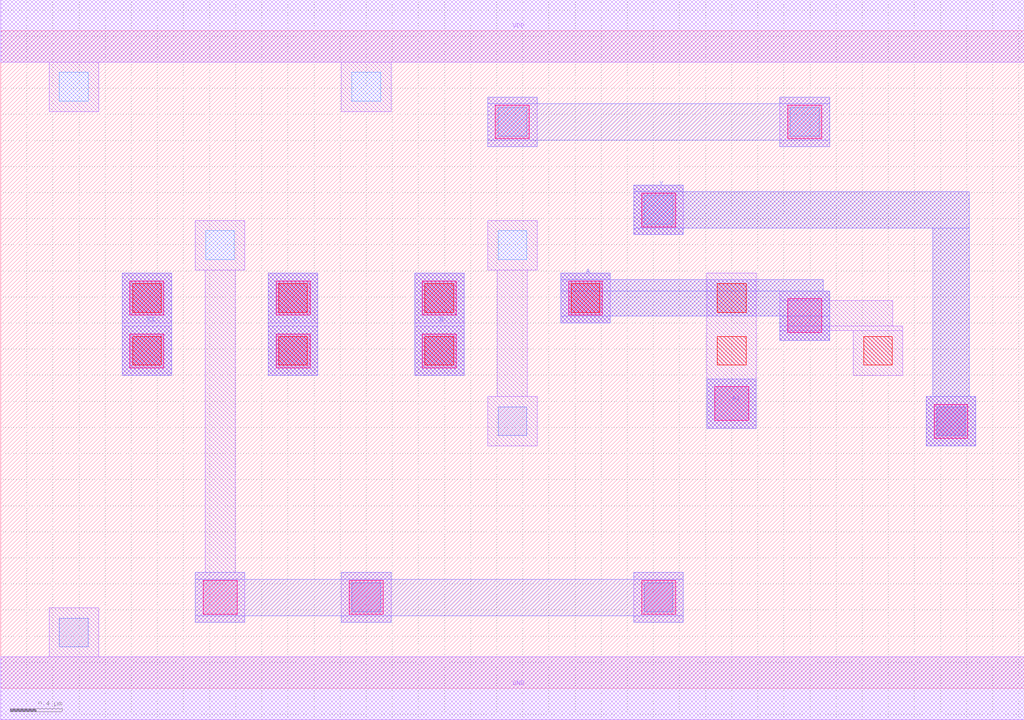
<source format=lef>
MACRO AOAI212
 CLASS CORE ;
 FOREIGN AOAI212 0 0 ;
 SIZE 7.84 BY 5.04 ;
 ORIGIN 0 0 ;
 SYMMETRY X Y R90 ;
 SITE unit ;
  PIN VDD
   DIRECTION INOUT ;
   USE POWER ;
   SHAPE ABUTMENT ;
    PORT
     CLASS CORE ;
       LAYER met1 ;
        RECT 0.00000000 4.80000000 7.84000000 5.28000000 ;
    END
  END VDD

  PIN GND
   DIRECTION INOUT ;
   USE POWER ;
   SHAPE ABUTMENT ;
    PORT
     CLASS CORE ;
       LAYER met1 ;
        RECT 0.00000000 -0.24000000 7.84000000 0.24000000 ;
    END
  END GND

  PIN Y
   DIRECTION INOUT ;
   USE SIGNAL ;
   SHAPE ABUTMENT ;
    PORT
     CLASS CORE ;
       LAYER met2 ;
        RECT 7.09000000 1.85700000 7.47000000 2.23700000 ;
        RECT 4.85000000 3.47700000 5.23000000 3.52700000 ;
        RECT 7.14000000 2.23700000 7.42000000 3.52700000 ;
        RECT 4.85000000 3.52700000 7.42000000 3.80700000 ;
        RECT 4.85000000 3.80700000 5.23000000 3.85700000 ;
    END
  END Y

  PIN C1
   DIRECTION INOUT ;
   USE SIGNAL ;
   SHAPE ABUTMENT ;
    PORT
     CLASS CORE ;
       LAYER met2 ;
        RECT 0.93000000 2.39700000 1.31000000 3.18200000 ;
    END
  END C1

  PIN A1
   DIRECTION INOUT ;
   USE SIGNAL ;
   SHAPE ABUTMENT ;
    PORT
     CLASS CORE ;
       LAYER met2 ;
        RECT 5.41000000 1.99200000 5.79000000 2.37200000 ;
    END
  END A1

  PIN B
   DIRECTION INOUT ;
   USE SIGNAL ;
   SHAPE ABUTMENT ;
    PORT
     CLASS CORE ;
       LAYER met2 ;
        RECT 3.17000000 2.39700000 3.55000000 3.18200000 ;
    END
  END B

  PIN A
   DIRECTION INOUT ;
   USE SIGNAL ;
   SHAPE ABUTMENT ;
    PORT
     CLASS CORE ;
       LAYER met2 ;
        RECT 4.29000000 2.80200000 4.67000000 2.85200000 ;
        RECT 5.97000000 2.66700000 6.35000000 2.85200000 ;
        RECT 4.29000000 2.85200000 6.35000000 3.04700000 ;
        RECT 4.29000000 3.04700000 6.30000000 3.13200000 ;
        RECT 4.29000000 3.13200000 4.67000000 3.18200000 ;
    END
  END A

  PIN C
   DIRECTION INOUT ;
   USE SIGNAL ;
   SHAPE ABUTMENT ;
    PORT
     CLASS CORE ;
       LAYER met2 ;
        RECT 2.05000000 2.39700000 2.43000000 3.18200000 ;
    END
  END C

 OBS
    LAYER polycont ;
     RECT 1.01000000 2.47700000 1.23000000 2.69700000 ;
     RECT 2.13000000 2.47700000 2.35000000 2.69700000 ;
     RECT 3.25000000 2.47700000 3.47000000 2.69700000 ;
     RECT 5.49000000 2.47700000 5.71000000 2.69700000 ;
     RECT 6.61000000 2.47700000 6.83000000 2.69700000 ;
     RECT 1.01000000 2.88200000 1.23000000 3.10200000 ;
     RECT 2.13000000 2.88200000 2.35000000 3.10200000 ;
     RECT 3.25000000 2.88200000 3.47000000 3.10200000 ;
     RECT 4.37000000 2.88200000 4.59000000 3.10200000 ;
     RECT 5.49000000 2.88200000 5.71000000 3.10200000 ;

    LAYER pdiffc ;
     RECT 1.57000000 3.28700000 1.79000000 3.50700000 ;
     RECT 3.81000000 3.28700000 4.03000000 3.50700000 ;
     RECT 4.93000000 3.55700000 5.15000000 3.77700000 ;
     RECT 3.81000000 4.23200000 4.03000000 4.45200000 ;
     RECT 6.05000000 4.23200000 6.27000000 4.45200000 ;
     RECT 0.45000000 4.50200000 0.67000000 4.72200000 ;
     RECT 2.69000000 4.50200000 2.91000000 4.72200000 ;

    LAYER ndiffc ;
     RECT 0.45000000 0.31700000 0.67000000 0.53700000 ;
     RECT 2.69000000 0.58700000 2.91000000 0.80700000 ;
     RECT 4.93000000 0.58700000 5.15000000 0.80700000 ;
     RECT 3.81000000 1.93700000 4.03000000 2.15700000 ;
     RECT 7.17000000 1.93700000 7.39000000 2.15700000 ;

    LAYER met1 ;
     RECT 0.00000000 -0.24000000 7.84000000 0.24000000 ;
     RECT 0.37000000 0.24000000 0.75000000 0.61700000 ;
     RECT 2.61000000 0.50700000 2.99000000 0.88700000 ;
     RECT 4.85000000 0.50700000 5.23000000 0.88700000 ;
     RECT 7.09000000 1.85700000 7.47000000 2.23700000 ;
     RECT 0.93000000 2.39700000 1.31000000 2.77700000 ;
     RECT 2.05000000 2.39700000 2.43000000 2.77700000 ;
     RECT 3.17000000 2.39700000 3.55000000 2.77700000 ;
     RECT 5.97000000 2.66700000 6.35000000 2.74200000 ;
     RECT 6.53000000 2.39700000 6.91000000 2.74200000 ;
     RECT 5.97000000 2.74200000 6.91000000 2.77700000 ;
     RECT 5.97000000 2.77700000 6.83500000 2.97200000 ;
     RECT 5.97000000 2.97200000 6.35000000 3.04700000 ;
     RECT 0.93000000 2.80200000 1.31000000 3.18200000 ;
     RECT 2.05000000 2.80200000 2.43000000 3.18200000 ;
     RECT 3.17000000 2.80200000 3.55000000 3.18200000 ;
     RECT 4.29000000 2.80200000 4.67000000 3.18200000 ;
     RECT 5.41000000 1.99200000 5.79000000 3.18200000 ;
     RECT 1.49000000 0.50700000 1.87000000 0.88700000 ;
     RECT 1.56500000 0.88700000 1.79500000 3.20700000 ;
     RECT 1.49000000 3.20700000 1.87000000 3.58700000 ;
     RECT 3.73000000 1.85700000 4.11000000 2.23700000 ;
     RECT 3.80500000 2.23700000 4.03500000 3.20700000 ;
     RECT 3.73000000 3.20700000 4.11000000 3.58700000 ;
     RECT 4.85000000 3.47700000 5.23000000 3.85700000 ;
     RECT 3.73000000 4.15200000 4.11000000 4.53200000 ;
     RECT 5.97000000 4.15200000 6.35000000 4.53200000 ;
     RECT 0.37000000 4.42200000 0.75000000 4.80000000 ;
     RECT 2.61000000 4.42200000 2.99000000 4.80000000 ;
     RECT 0.00000000 4.80000000 7.84000000 5.28000000 ;

    LAYER via1 ;
     RECT 1.55000000 0.56700000 1.81000000 0.82700000 ;
     RECT 2.67000000 0.56700000 2.93000000 0.82700000 ;
     RECT 4.91000000 0.56700000 5.17000000 0.82700000 ;
     RECT 7.15000000 1.91700000 7.41000000 2.17700000 ;
     RECT 5.47000000 2.05200000 5.73000000 2.31200000 ;
     RECT 0.99000000 2.45700000 1.25000000 2.71700000 ;
     RECT 2.11000000 2.45700000 2.37000000 2.71700000 ;
     RECT 3.23000000 2.45700000 3.49000000 2.71700000 ;
     RECT 6.03000000 2.72700000 6.29000000 2.98700000 ;
     RECT 0.99000000 2.86200000 1.25000000 3.12200000 ;
     RECT 2.11000000 2.86200000 2.37000000 3.12200000 ;
     RECT 3.23000000 2.86200000 3.49000000 3.12200000 ;
     RECT 4.35000000 2.86200000 4.61000000 3.12200000 ;
     RECT 4.91000000 3.53700000 5.17000000 3.79700000 ;
     RECT 3.79000000 4.21200000 4.05000000 4.47200000 ;
     RECT 6.03000000 4.21200000 6.29000000 4.47200000 ;

    LAYER met2 ;
     RECT 1.49000000 0.50700000 1.87000000 0.55700000 ;
     RECT 2.61000000 0.50700000 2.99000000 0.55700000 ;
     RECT 4.85000000 0.50700000 5.23000000 0.55700000 ;
     RECT 1.49000000 0.55700000 5.23000000 0.83700000 ;
     RECT 1.49000000 0.83700000 1.87000000 0.88700000 ;
     RECT 2.61000000 0.83700000 2.99000000 0.88700000 ;
     RECT 4.85000000 0.83700000 5.23000000 0.88700000 ;
     RECT 5.41000000 1.99200000 5.79000000 2.37200000 ;
     RECT 0.93000000 2.39700000 1.31000000 3.18200000 ;
     RECT 2.05000000 2.39700000 2.43000000 3.18200000 ;
     RECT 3.17000000 2.39700000 3.55000000 3.18200000 ;
     RECT 4.29000000 2.80200000 4.67000000 2.85200000 ;
     RECT 5.97000000 2.66700000 6.35000000 2.85200000 ;
     RECT 4.29000000 2.85200000 6.35000000 3.04700000 ;
     RECT 4.29000000 3.04700000 6.30000000 3.13200000 ;
     RECT 4.29000000 3.13200000 4.67000000 3.18200000 ;
     RECT 7.09000000 1.85700000 7.47000000 2.23700000 ;
     RECT 4.85000000 3.47700000 5.23000000 3.52700000 ;
     RECT 7.14000000 2.23700000 7.42000000 3.52700000 ;
     RECT 4.85000000 3.52700000 7.42000000 3.80700000 ;
     RECT 4.85000000 3.80700000 5.23000000 3.85700000 ;
     RECT 3.73000000 4.15200000 4.11000000 4.20200000 ;
     RECT 5.97000000 4.15200000 6.35000000 4.20200000 ;
     RECT 3.73000000 4.20200000 6.35000000 4.48200000 ;
     RECT 3.73000000 4.48200000 4.11000000 4.53200000 ;
     RECT 5.97000000 4.48200000 6.35000000 4.53200000 ;

 END
END AOAI212

</source>
